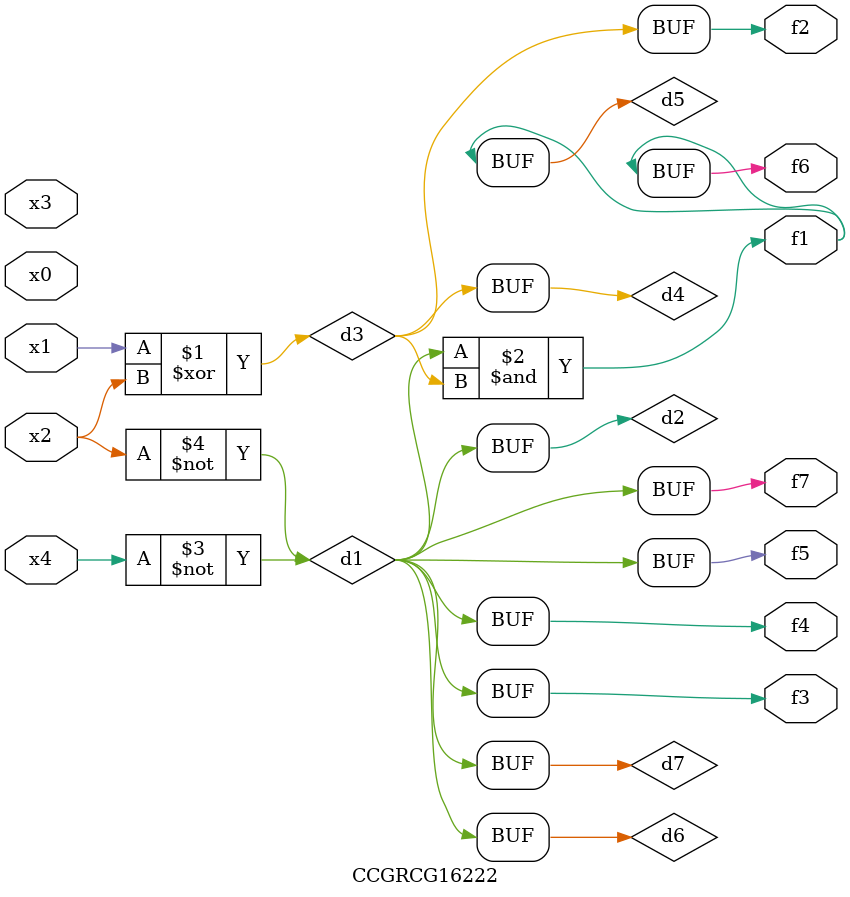
<source format=v>
module CCGRCG16222(
	input x0, x1, x2, x3, x4,
	output f1, f2, f3, f4, f5, f6, f7
);

	wire d1, d2, d3, d4, d5, d6, d7;

	not (d1, x4);
	not (d2, x2);
	xor (d3, x1, x2);
	buf (d4, d3);
	and (d5, d1, d3);
	buf (d6, d1, d2);
	buf (d7, d2);
	assign f1 = d5;
	assign f2 = d4;
	assign f3 = d7;
	assign f4 = d7;
	assign f5 = d7;
	assign f6 = d5;
	assign f7 = d7;
endmodule

</source>
